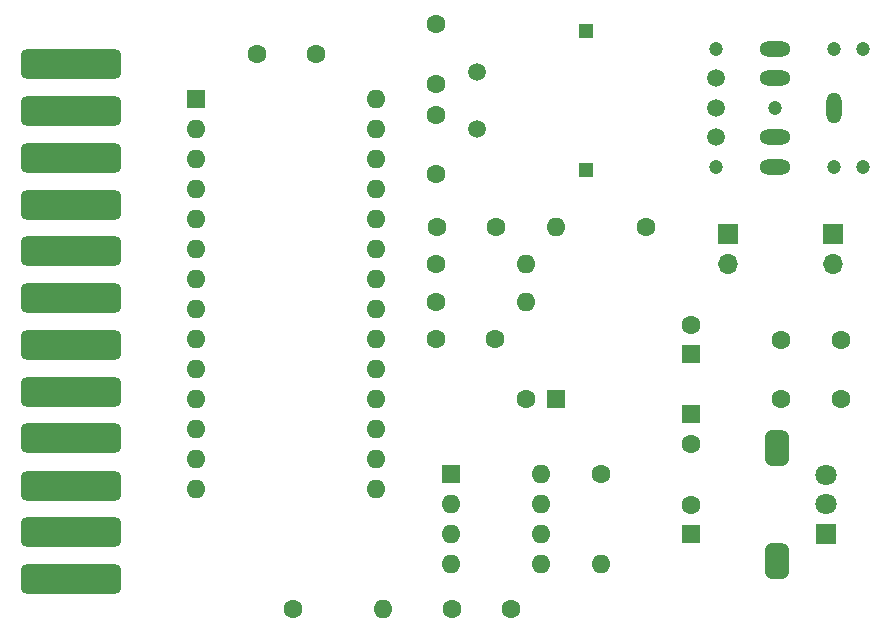
<source format=gbs>
%TF.GenerationSoftware,KiCad,Pcbnew,(6.0.4-0)*%
%TF.CreationDate,2022-09-19T22:18:14-04:00*%
%TF.ProjectId,VIC1214Reloaded-1.0-001,56494331-3231-4345-9265-6c6f61646564,rev?*%
%TF.SameCoordinates,Original*%
%TF.FileFunction,Soldermask,Bot*%
%TF.FilePolarity,Negative*%
%FSLAX46Y46*%
G04 Gerber Fmt 4.6, Leading zero omitted, Abs format (unit mm)*
G04 Created by KiCad (PCBNEW (6.0.4-0)) date 2022-09-19 22:18:14*
%MOMM*%
%LPD*%
G01*
G04 APERTURE LIST*
G04 Aperture macros list*
%AMRoundRect*
0 Rectangle with rounded corners*
0 $1 Rounding radius*
0 $2 $3 $4 $5 $6 $7 $8 $9 X,Y pos of 4 corners*
0 Add a 4 corners polygon primitive as box body*
4,1,4,$2,$3,$4,$5,$6,$7,$8,$9,$2,$3,0*
0 Add four circle primitives for the rounded corners*
1,1,$1+$1,$2,$3*
1,1,$1+$1,$4,$5*
1,1,$1+$1,$6,$7*
1,1,$1+$1,$8,$9*
0 Add four rect primitives between the rounded corners*
20,1,$1+$1,$2,$3,$4,$5,0*
20,1,$1+$1,$4,$5,$6,$7,0*
20,1,$1+$1,$6,$7,$8,$9,0*
20,1,$1+$1,$8,$9,$2,$3,0*%
G04 Aperture macros list end*
%ADD10C,1.600000*%
%ADD11O,1.600000X1.600000*%
%ADD12R,1.600000X1.600000*%
%ADD13C,1.200000*%
%ADD14O,1.308000X2.616000*%
%ADD15O,2.616000X1.308000*%
%ADD16C,1.508000*%
%ADD17R,1.800000X1.800000*%
%ADD18C,1.800000*%
%ADD19RoundRect,0.500000X0.500000X-1.000000X0.500000X1.000000X-0.500000X1.000000X-0.500000X-1.000000X0*%
%ADD20R,1.700000X1.700000*%
%ADD21O,1.700000X1.700000*%
%ADD22RoundRect,0.444500X3.784600X-0.800100X3.784600X0.800100X-3.784600X0.800100X-3.784600X-0.800100X0*%
%ADD23C,1.500000*%
%ADD24R,1.200000X1.200000*%
G04 APERTURE END LIST*
D10*
%TO.C,C108*%
X128270000Y-101640000D03*
X128270000Y-106640000D03*
%TD*%
%TO.C,C111*%
X93980000Y-101600000D03*
X98980000Y-101600000D03*
%TD*%
%TO.C,R104*%
X93980000Y-98425000D03*
D11*
X101600000Y-98425000D03*
%TD*%
D12*
%TO.C,U102*%
X73660000Y-81280000D03*
D11*
X73660000Y-83820000D03*
X73660000Y-86360000D03*
X73660000Y-88900000D03*
X73660000Y-91440000D03*
X73660000Y-93980000D03*
X73660000Y-96520000D03*
X73660000Y-99060000D03*
X73660000Y-101600000D03*
X73660000Y-104140000D03*
X73660000Y-106680000D03*
X73660000Y-109220000D03*
X73660000Y-111760000D03*
X73660000Y-114300000D03*
X88900000Y-114300000D03*
X88900000Y-111760000D03*
X88900000Y-109220000D03*
X88900000Y-106680000D03*
X88900000Y-104140000D03*
X88900000Y-101600000D03*
X88900000Y-99060000D03*
X88900000Y-96520000D03*
X88900000Y-93980000D03*
X88900000Y-91440000D03*
X88900000Y-88900000D03*
X88900000Y-86360000D03*
X88900000Y-83820000D03*
X88900000Y-81280000D03*
%TD*%
D10*
%TO.C,R101*%
X107950000Y-113030000D03*
D11*
X107950000Y-120650000D03*
%TD*%
D13*
%TO.C,J101*%
X122675000Y-81995000D03*
X130175000Y-86995000D03*
X117675000Y-76995000D03*
X127675000Y-76995000D03*
X117675000Y-86995000D03*
X127675000Y-86995000D03*
X130175000Y-76995000D03*
D14*
X127675000Y-81995000D03*
D15*
X122675000Y-76995000D03*
X122675000Y-86995000D03*
D16*
X117675000Y-84495000D03*
X117675000Y-81995000D03*
X117675000Y-79495000D03*
D15*
X122675000Y-79495000D03*
X122675000Y-84495000D03*
%TD*%
D12*
%TO.C,C109*%
X115570000Y-107950000D03*
D10*
X115570000Y-110450000D03*
%TD*%
D12*
%TO.C,U103*%
X95250000Y-113030000D03*
D11*
X95250000Y-115570000D03*
X95250000Y-118110000D03*
X95250000Y-120650000D03*
X102870000Y-120650000D03*
X102870000Y-118110000D03*
X102870000Y-115570000D03*
X102870000Y-113030000D03*
%TD*%
D17*
%TO.C,VR101*%
X127000000Y-118070000D03*
D18*
X127000000Y-115570000D03*
X127000000Y-113070000D03*
D19*
X122900000Y-110820000D03*
X122900000Y-120320000D03*
%TD*%
D10*
%TO.C,C103*%
X93980000Y-82630000D03*
X93980000Y-87630000D03*
%TD*%
D12*
%TO.C,C107*%
X115570000Y-118110000D03*
D10*
X115570000Y-115610000D03*
%TD*%
D20*
%TO.C,LS101*%
X127635000Y-92710000D03*
D21*
X127635000Y-95250000D03*
%TD*%
D12*
%TO.C,C112*%
X115570000Y-102870000D03*
D10*
X115570000Y-100370000D03*
%TD*%
%TO.C,R102*%
X111760000Y-92075000D03*
D11*
X104140000Y-92075000D03*
%TD*%
D22*
%TO.C,U101*%
X63100000Y-121876000D03*
X63100000Y-117926000D03*
X63100000Y-113976000D03*
X63100000Y-109976000D03*
X63100000Y-106026000D03*
X63100000Y-102076000D03*
X63100000Y-98076000D03*
X63100000Y-94126000D03*
X63100000Y-90176000D03*
X63100000Y-86226000D03*
X63100000Y-82276000D03*
X63100000Y-78276000D03*
%TD*%
D10*
%TO.C,C101*%
X78820000Y-77470000D03*
X83820000Y-77470000D03*
%TD*%
D20*
%TO.C,JP101*%
X118745000Y-92710000D03*
D21*
X118745000Y-95250000D03*
%TD*%
D10*
%TO.C,C106*%
X123190000Y-101640000D03*
X123190000Y-106640000D03*
%TD*%
%TO.C,C102*%
X93980000Y-79930000D03*
X93980000Y-74930000D03*
%TD*%
D23*
%TO.C,Y101*%
X97430000Y-83820000D03*
X97430000Y-78920000D03*
D24*
X106680000Y-75470000D03*
X106680000Y-87270000D03*
%TD*%
D10*
%TO.C,C104*%
X94060000Y-92075000D03*
X99060000Y-92075000D03*
%TD*%
D12*
%TO.C,C105*%
X104140000Y-106680000D03*
D10*
X101640000Y-106680000D03*
%TD*%
%TO.C,LK101*%
X81915000Y-124460000D03*
D11*
X89535000Y-124460000D03*
%TD*%
D10*
%TO.C,C110*%
X100330000Y-124460000D03*
X95330000Y-124460000D03*
%TD*%
%TO.C,R103*%
X93980000Y-95250000D03*
D11*
X101600000Y-95250000D03*
%TD*%
M02*

</source>
